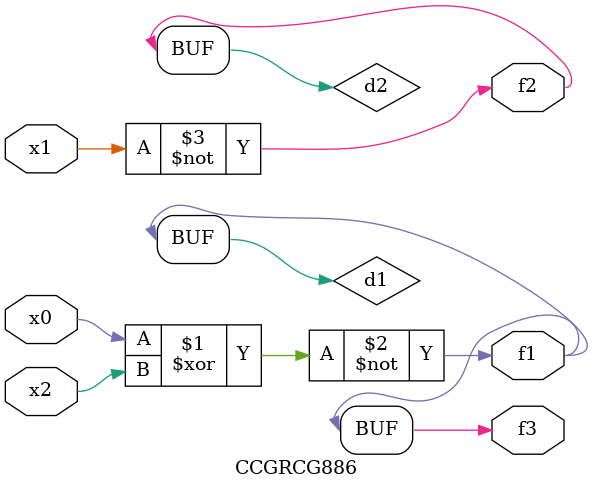
<source format=v>
module CCGRCG886(
	input x0, x1, x2,
	output f1, f2, f3
);

	wire d1, d2, d3;

	xnor (d1, x0, x2);
	nand (d2, x1);
	nor (d3, x1, x2);
	assign f1 = d1;
	assign f2 = d2;
	assign f3 = d1;
endmodule

</source>
